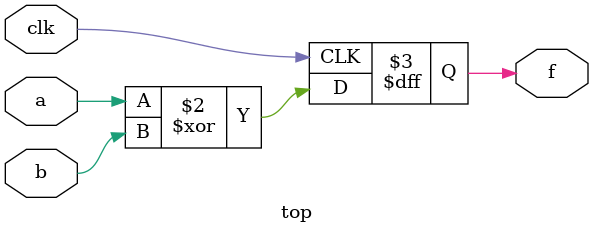
<source format=v>
module top(
  input        clk,
  input        a,
  input        b,
  output reg   f
);
  always @(posedge clk) begin
    f <= a ^ b;
  end
endmodule
</source>
